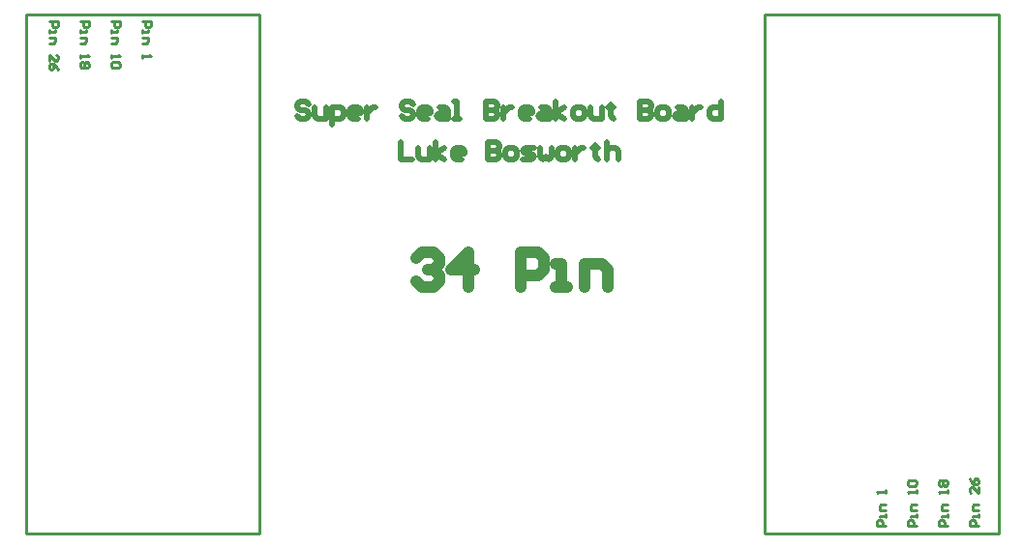
<source format=gbr>
G04*
G04 #@! TF.GenerationSoftware,Altium Limited,Altium Designer,22.4.2 (48)*
G04*
G04 Layer_Color=65535*
%FSLAX25Y25*%
%MOIN*%
G70*
G04*
G04 #@! TF.SameCoordinates,6C7EA4D3-1DBA-4452-8A60-7FA1E15C8F26*
G04*
G04*
G04 #@! TF.FilePolarity,Positive*
G04*
G01*
G75*
%ADD10C,0.01000*%
%ADD11C,0.02000*%
%ADD12C,0.04000*%
D10*
X355087Y280031D02*
X435587D01*
X355087Y101031D02*
Y280031D01*
Y101031D02*
X435587D01*
Y280031D01*
X100504Y101000D02*
X181004D01*
Y280000D01*
X100504D02*
X181004D01*
X100504Y101000D02*
Y280000D01*
X108500Y277500D02*
X111499D01*
Y276000D01*
X110999Y275501D01*
X110000D01*
X109500Y276000D01*
Y277500D01*
X108500Y274501D02*
Y273501D01*
Y274001D01*
X110499D01*
Y274501D01*
X108500Y272002D02*
X110499D01*
Y270502D01*
X110000Y270002D01*
X108500D01*
Y264004D02*
Y266004D01*
X110499Y264004D01*
X110999D01*
X111499Y264504D01*
Y265504D01*
X110999Y266004D01*
X111499Y261005D02*
X110999Y262005D01*
X110000Y263005D01*
X109000D01*
X108500Y262505D01*
Y261505D01*
X109000Y261005D01*
X109500D01*
X110000Y261505D01*
Y263005D01*
X428500Y103500D02*
X425501D01*
Y104999D01*
X426001Y105499D01*
X427001D01*
X427500Y104999D01*
Y103500D01*
X428500Y106499D02*
Y107499D01*
Y106999D01*
X426501D01*
Y106499D01*
X428500Y108998D02*
X426501D01*
Y110498D01*
X427001Y110998D01*
X428500D01*
Y116996D02*
Y114996D01*
X426501Y116996D01*
X426001D01*
X425501Y116496D01*
Y115496D01*
X426001Y114996D01*
X425501Y119995D02*
X426001Y118995D01*
X427001Y117995D01*
X428000D01*
X428500Y118495D01*
Y119495D01*
X428000Y119995D01*
X427500D01*
X427001Y119495D01*
Y117995D01*
X140500Y277500D02*
X143499D01*
Y276000D01*
X142999Y275501D01*
X141999D01*
X141500Y276000D01*
Y277500D01*
X140500Y274501D02*
Y273501D01*
Y274001D01*
X142499D01*
Y274501D01*
X140500Y272002D02*
X142499D01*
Y270502D01*
X141999Y270002D01*
X140500D01*
Y266004D02*
Y265004D01*
Y265504D01*
X143499D01*
X142999Y266004D01*
X129833Y277500D02*
X132832D01*
Y276000D01*
X132333Y275501D01*
X131333D01*
X130833Y276000D01*
Y277500D01*
X129833Y274501D02*
Y273501D01*
Y274001D01*
X131833D01*
Y274501D01*
X129833Y272002D02*
X131833D01*
Y270502D01*
X131333Y270002D01*
X129833D01*
Y266004D02*
Y265004D01*
Y265504D01*
X132832D01*
X132333Y266004D01*
Y263505D02*
X132832Y263005D01*
Y262005D01*
X132333Y261505D01*
X130333D01*
X129833Y262005D01*
Y263005D01*
X130333Y263505D01*
X132333D01*
X407167Y103500D02*
X404168D01*
Y104999D01*
X404668Y105499D01*
X405667D01*
X406167Y104999D01*
Y103500D01*
X407167Y106499D02*
Y107499D01*
Y106999D01*
X405167D01*
Y106499D01*
X407167Y108998D02*
X405167D01*
Y110498D01*
X405667Y110998D01*
X407167D01*
Y114996D02*
Y115996D01*
Y115496D01*
X404168D01*
X404668Y114996D01*
Y117496D02*
X404168Y117995D01*
Y118995D01*
X404668Y119495D01*
X406667D01*
X407167Y118995D01*
Y117995D01*
X406667Y117496D01*
X404668D01*
X119167Y277500D02*
X122166D01*
Y276000D01*
X121666Y275501D01*
X120666D01*
X120166Y276000D01*
Y277500D01*
X119167Y274501D02*
Y273501D01*
Y274001D01*
X121166D01*
Y274501D01*
X119167Y272002D02*
X121166D01*
Y270502D01*
X120666Y270002D01*
X119167D01*
Y266004D02*
Y265004D01*
Y265504D01*
X122166D01*
X121666Y266004D01*
Y263505D02*
X122166Y263005D01*
Y262005D01*
X121666Y261505D01*
X121166D01*
X120666Y262005D01*
X120166Y261505D01*
X119667D01*
X119167Y262005D01*
Y263005D01*
X119667Y263505D01*
X120166D01*
X120666Y263005D01*
X121166Y263505D01*
X121666D01*
X120666Y263005D02*
Y262005D01*
X417833Y103500D02*
X414834D01*
Y104999D01*
X415334Y105499D01*
X416334D01*
X416834Y104999D01*
Y103500D01*
X417833Y106499D02*
Y107499D01*
Y106999D01*
X415834D01*
Y106499D01*
X417833Y108998D02*
X415834D01*
Y110498D01*
X416334Y110998D01*
X417833D01*
Y114996D02*
Y115996D01*
Y115496D01*
X414834D01*
X415334Y114996D01*
Y117496D02*
X414834Y117995D01*
Y118995D01*
X415334Y119495D01*
X415834D01*
X416334Y118995D01*
X416834Y119495D01*
X417334D01*
X417833Y118995D01*
Y117995D01*
X417334Y117496D01*
X416834D01*
X416334Y117995D01*
X415834Y117496D01*
X415334D01*
X416334Y117995D02*
Y118995D01*
X396500Y103500D02*
X393501D01*
Y104999D01*
X394001Y105499D01*
X395001D01*
X395500Y104999D01*
Y103500D01*
X396500Y106499D02*
Y107499D01*
Y106999D01*
X394501D01*
Y106499D01*
X396500Y108998D02*
X394501D01*
Y110498D01*
X395001Y110998D01*
X396500D01*
Y114996D02*
Y115996D01*
Y115496D01*
X393501D01*
X394001Y114996D01*
D11*
X198022Y248995D02*
X197023Y249995D01*
X195023D01*
X194024Y248995D01*
Y247996D01*
X195023Y246996D01*
X197023D01*
X198022Y245996D01*
Y244997D01*
X197023Y243997D01*
X195023D01*
X194024Y244997D01*
X200022Y247996D02*
Y244997D01*
X201021Y243997D01*
X204020D01*
Y247996D01*
X206020Y241998D02*
Y247996D01*
X209019D01*
X210018Y246996D01*
Y244997D01*
X209019Y243997D01*
X206020D01*
X215017D02*
X213018D01*
X212018Y244997D01*
Y246996D01*
X213018Y247996D01*
X215017D01*
X216017Y246996D01*
Y245996D01*
X212018D01*
X218016Y247996D02*
Y243997D01*
Y245996D01*
X219016Y246996D01*
X220015Y247996D01*
X221015D01*
X234011Y248995D02*
X233011Y249995D01*
X231012D01*
X230012Y248995D01*
Y247996D01*
X231012Y246996D01*
X233011D01*
X234011Y245996D01*
Y244997D01*
X233011Y243997D01*
X231012D01*
X230012Y244997D01*
X239009Y243997D02*
X237010D01*
X236010Y244997D01*
Y246996D01*
X237010Y247996D01*
X239009D01*
X240009Y246996D01*
Y245996D01*
X236010D01*
X243008Y247996D02*
X245007D01*
X246007Y246996D01*
Y243997D01*
X243008D01*
X242008Y244997D01*
X243008Y245996D01*
X246007D01*
X248006Y243997D02*
X250006D01*
X249006D01*
Y249995D01*
X248006D01*
X259003D02*
Y243997D01*
X262002D01*
X263001Y244997D01*
Y245996D01*
X262002Y246996D01*
X259003D01*
X262002D01*
X263001Y247996D01*
Y248995D01*
X262002Y249995D01*
X259003D01*
X265001Y247996D02*
Y243997D01*
Y245996D01*
X266000Y246996D01*
X267000Y247996D01*
X268000D01*
X273998Y243997D02*
X271998D01*
X270999Y244997D01*
Y246996D01*
X271998Y247996D01*
X273998D01*
X274997Y246996D01*
Y245996D01*
X270999D01*
X277996Y247996D02*
X279996D01*
X280995Y246996D01*
Y243997D01*
X277996D01*
X276997Y244997D01*
X277996Y245996D01*
X280995D01*
X282995Y243997D02*
Y249995D01*
Y245996D02*
X285994Y247996D01*
X282995Y245996D02*
X285994Y243997D01*
X289993D02*
X291992D01*
X292992Y244997D01*
Y246996D01*
X291992Y247996D01*
X289993D01*
X288993Y246996D01*
Y244997D01*
X289993Y243997D01*
X294991Y247996D02*
Y244997D01*
X295991Y243997D01*
X298990D01*
Y247996D01*
X301989Y248995D02*
Y247996D01*
X300989D01*
X302988D01*
X301989D01*
Y244997D01*
X302988Y243997D01*
X311985Y249995D02*
Y243997D01*
X314984D01*
X315984Y244997D01*
Y245996D01*
X314984Y246996D01*
X311985D01*
X314984D01*
X315984Y247996D01*
Y248995D01*
X314984Y249995D01*
X311985D01*
X318983Y243997D02*
X320983D01*
X321982Y244997D01*
Y246996D01*
X320983Y247996D01*
X318983D01*
X317984Y246996D01*
Y244997D01*
X318983Y243997D01*
X324981Y247996D02*
X326981D01*
X327980Y246996D01*
Y243997D01*
X324981D01*
X323982Y244997D01*
X324981Y245996D01*
X327980D01*
X329980Y247996D02*
Y243997D01*
Y245996D01*
X330979Y246996D01*
X331979Y247996D01*
X332979D01*
X339976Y249995D02*
Y243997D01*
X336977D01*
X335978Y244997D01*
Y246996D01*
X336977Y247996D01*
X339976D01*
X229512Y235998D02*
Y230000D01*
X233511D01*
X235510Y233999D02*
Y231000D01*
X236510Y230000D01*
X239509D01*
Y233999D01*
X241508Y230000D02*
Y235998D01*
Y231999D02*
X244507Y233999D01*
X241508Y231999D02*
X244507Y230000D01*
X250505D02*
X248506D01*
X247506Y231000D01*
Y232999D01*
X248506Y233999D01*
X250505D01*
X251505Y232999D01*
Y231999D01*
X247506D01*
X259502Y235998D02*
Y230000D01*
X262502D01*
X263501Y231000D01*
Y231999D01*
X262502Y232999D01*
X259502D01*
X262502D01*
X263501Y233999D01*
Y234998D01*
X262502Y235998D01*
X259502D01*
X266500Y230000D02*
X268499D01*
X269499Y231000D01*
Y232999D01*
X268499Y233999D01*
X266500D01*
X265500Y232999D01*
Y231000D01*
X266500Y230000D01*
X271498D02*
X274498D01*
X275497Y231000D01*
X274498Y231999D01*
X272498D01*
X271498Y232999D01*
X272498Y233999D01*
X275497D01*
X277497D02*
Y231000D01*
X278496Y230000D01*
X279496Y231000D01*
X280496Y230000D01*
X281495Y231000D01*
Y233999D01*
X284494Y230000D02*
X286494D01*
X287493Y231000D01*
Y232999D01*
X286494Y233999D01*
X284494D01*
X283495Y232999D01*
Y231000D01*
X284494Y230000D01*
X289493Y233999D02*
Y230000D01*
Y231999D01*
X290492Y232999D01*
X291492Y233999D01*
X292492D01*
X296491Y234998D02*
Y233999D01*
X295491D01*
X297490D01*
X296491D01*
Y231000D01*
X297490Y230000D01*
X300489Y235998D02*
Y230000D01*
Y232999D01*
X301489Y233999D01*
X303488D01*
X304488Y232999D01*
Y230000D01*
D12*
X235000Y195997D02*
X236999Y197996D01*
X240998D01*
X242997Y195997D01*
Y193997D01*
X240998Y191998D01*
X238999D01*
X240998D01*
X242997Y189999D01*
Y187999D01*
X240998Y186000D01*
X236999D01*
X235000Y187999D01*
X252994Y186000D02*
Y197996D01*
X246996Y191998D01*
X254994D01*
X270988Y186000D02*
Y197996D01*
X276986D01*
X278986Y195997D01*
Y191998D01*
X276986Y189999D01*
X270988D01*
X282984Y186000D02*
X286983D01*
X284984D01*
Y193997D01*
X282984D01*
X292981Y186000D02*
Y193997D01*
X298979D01*
X300979Y191998D01*
Y186000D01*
M02*

</source>
